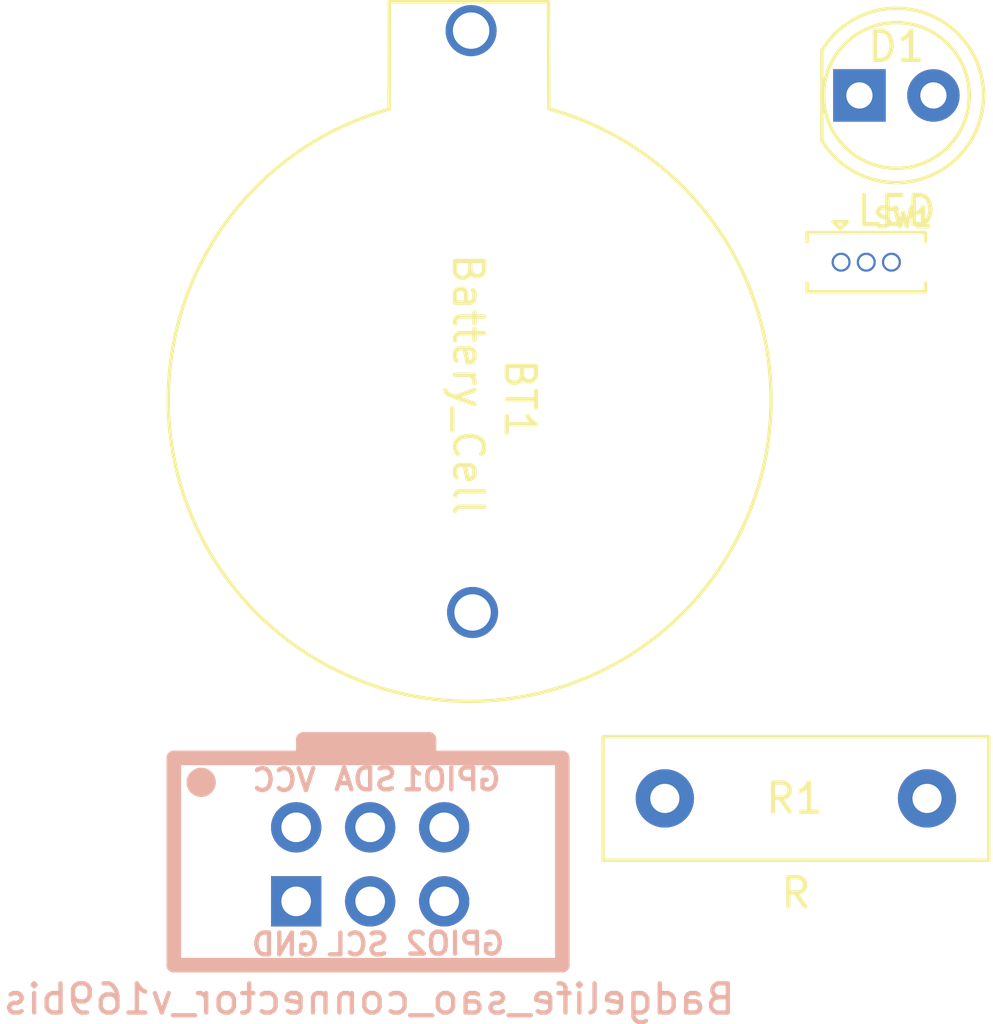
<source format=kicad_pcb>
(kicad_pcb (version 20221018) (generator pcbnew)
  (layers (0 "F.Cu" signal) (31 "B.Cu" signal) (34 "B.Paste" user) (35 "F.Paste" user) (36 "B.SilkS" user "B.Silkscreen") (37 "F.SilkS" user "F.Silkscreen") (38 "B.Mask" user) (39 "F.Mask" user) (44 "Edge.Cuts" user))
  (net 0 "")
  (net 1 "+3V3")
  (net 2 "GND")
  (net 3 "Net-(D1-A)")
  (net 4 "VCC")
  (footprint "BadgePirates:Badgelife-SAOv169-SAO_Side_B.SLK" (layer "F.Cu") (at 137.845 112.6438)
    (fp_text reference "X1" hide)
    (fp_text value "Badgelife_sao_connector_v169bis" (at 0.3556 4.5466 180) (layer "B.SilkS") (effects (justify mirror)))
    (fp_text user "GPIO1" (at 3.175 -2.9972) (layer "B.SilkS") (effects (font (size 0.75 0.75)) (justify mirror)))
    (fp_text user "GND" (at -2.5146 2.667) (layer "B.SilkS") (effects (font (size 0.75 0.75)) (justify mirror)))
    (fp_text user "SCL" (at -0.0254 2.667) (layer "B.SilkS") (effects (font (size 0.75 0.75)) (justify mirror)))
    (fp_text user "VCC" (at -2.5654 -2.9718) (layer "B.SilkS") (effects (font (size 0.75 0.75)) (justify mirror)))
    (fp_text user "SDA" (at 0.2286 -2.9972) (layer "B.SilkS") (effects (font (size 0.75 0.75)) (justify mirror)))
    (fp_text user "GPIO2" (at 3.302 2.6416) (layer "B.SilkS") (effects (font (size 0.75 0.75)) (justify mirror)))
    (fp_line (start -6.35 -3.7338) (end -6.35 3.3782) (stroke (width 0.5)) (layer "B.SilkS"))
    (fp_line (start -6.35 3.3782) (end 6.985 3.3782) (stroke (width 0.5)) (layer "B.SilkS"))
    (fp_line (start -1.905 -4.3688) (end -1.905 -3.8608) (stroke (width 0.5)) (layer "B.SilkS"))
    (fp_line (start -1.905 -3.9878) (end 2.413 -3.9878) (stroke (width 0.5)) (layer "B.SilkS"))
    (fp_line (start 2.413 -4.3688) (end -1.905 -4.3688) (stroke (width 0.5)) (layer "B.SilkS"))
    (fp_line (start 2.413 -3.8608) (end 2.413 -4.3688) (stroke (width 0.5)) (layer "B.SilkS"))
    (fp_line (start 6.858 -3.7338) (end -6.35 -3.7338) (stroke (width 0.5)) (layer "B.SilkS"))
    (fp_line (start 6.985 3.3782) (end 6.985 -3.7338) (stroke (width 0.5)) (layer "B.SilkS"))
    (fp_circle (center -5.4102 -2.8956) (end -5.6642 -2.8956) (stroke (width 0.5)) (fill none) (layer "B.SilkS"))
    (pad "1" thru_hole oval (at -2.1498 -1.3516 270) (size 1.7272 1.7272) (drill 1.016) (layers "*.Cu" "*.Mask") (net 4 "VCC"))
    (pad "2" thru_hole rect (at -2.1498 1.1884 270) (size 1.7272 1.7272) (drill 1.016) (layers "*.Cu" "*.Mask") (net 2 "GND"))
    (pad "3" thru_hole oval (at 0.3902 -1.3516 270) (size 1.7272 1.7272) (drill 1.016) (layers "*.Cu" "*.Mask"))
    (pad "4" thru_hole oval (at 0.3902 1.1884 270) (size 1.7272 1.7272) (drill 1.016) (layers "*.Cu" "*.Mask"))
    (pad "5" thru_hole circle (at 2.9302 -1.3516 270) (size 1.7272 1.7272) (drill 1.016) (layers "*.Cu" "*.Mask"))
    (pad "6" thru_hole circle (at 2.9302 1.1884 270) (size 1.7272 1.7272) (drill 1.016) (layers "*.Cu" "*.Mask"))
  )
  (footprint "BadgePirates:R_Box_L13.0mm_W4.0mm_P9.00mm" (layer "F.Cu") (at 148.35 110.3)
    (fp_text reference "R1" (at 4.45 0) (layer "F.SilkS"))
    (fp_text value "R" (at 4.5 3.25) (layer "F.SilkS"))
    (fp_line (start -2.12 -2.12) (end -2.12 2.12) (stroke (width 0.12)) (layer "F.SilkS"))
    (fp_line (start -2.12 -2.12) (end 11.12 -2.12) (stroke (width 0.12)) (layer "F.SilkS"))
    (fp_line (start -2.12 2.12) (end 11.12 2.12) (stroke (width 0.12)) (layer "F.SilkS"))
    (fp_line (start 11.12 -2.12) (end 11.12 2.12) (stroke (width 0.12)) (layer "F.SilkS"))
    (pad "1" thru_hole circle (at 0 0) (size 2 2) (drill 1) (layers "*.Cu" "*.Mask") (net 4 "VCC"))
    (pad "2" thru_hole circle (at 9 0) (size 2 2) (drill 1) (layers "*.Cu" "*.Mask") (net 3 "Net-(D1-A)"))
  )
  (footprint "BadgePirates:2032 Through Hold Holder" (layer "F.Cu") (at 141.699713 83.5746)
    (fp_text reference "BT1" (at 1.681147 13.006072 -90 unlocked) (layer "F.SilkS"))
    (fp_text value "Battery_Cell" (at -0.096853 12.523472 -90 unlocked) (layer "F.SilkS"))
    (fp_line (start -2.8067 -0.6096) (end -2.812745 3.078244) (stroke (width 0.12)) (layer "F.SilkS"))
    (fp_line (start 2.6543 -0.6096) (end -2.8067 -0.6096) (stroke (width 0.12)) (layer "F.SilkS"))
    (fp_line (start 2.668653 3.065662) (end 2.6543 -0.6096) (stroke (width 0.12)) (layer "F.SilkS"))
    (fp_arc (start 2.668653 3.065662) (mid -0.0254 23.3934) (end -2.812745 3.078244) (stroke (width 0.12)) (layer "F.SilkS"))
    (pad "1" thru_hole circle (at 0.0508 20.3454) (size 1.7524 1.7524) (drill 1.25) (layers "*.Cu" "*.Mask") (net 1 "+3V3"))
    (pad "2" thru_hole circle (at 0 0.381) (size 1.7524 1.7524) (drill 1.25) (layers "*.Cu" "*.Mask") (net 2 "GND"))
  )
  (footprint "BadgePirates:SW_Slide_1P2T_CK_TH" (layer "F.Cu") (at 154.1976 91.8504)
    (fp_text reference "SW1" (at 2.3368 -1.4732) (layer "F.SilkS") (effects (font (size 0.65 0.65))))
    (fp_text value "SW_SPST")
    (fp_line (start -0.9652 -0.9678) (end -0.9652 -0.6578) (stroke (width 0.12)) (layer "F.SilkS"))
    (fp_line (start -0.9652 -0.9652) (end 3.0988 -0.9652) (stroke (width 0.12)) (layer "F.SilkS"))
    (fp_line (start -0.9652 1.0694) (end -0.9652 0.7594) (stroke (width 0.12)) (layer "F.SilkS"))
    (fp_line (start -0.0762 -1.3354) (end 0.1778 -1.103) (stroke (width 0.12)) (layer "F.SilkS"))
    (fp_line (start 0.1778 -1.103) (end 0.4318 -1.3354) (stroke (width 0.12)) (layer "F.SilkS"))
    (fp_line (start 0.4318 -1.3354) (end -0.0682 -1.3354) (stroke (width 0.12)) (layer "F.SilkS"))
    (fp_line (start 3.0988 -0.9678) (end 3.0988 -0.6578) (stroke (width 0.12)) (layer "F.SilkS"))
    (fp_line (start 3.0988 1.0668) (end -0.9652 1.0668) (stroke (width 0.12)) (layer "F.SilkS"))
    (fp_line (start 3.0988 1.0694) (end 3.0988 0.7594) (stroke (width 0.12)) (layer "F.SilkS"))
    (pad "1" thru_hole circle (at 0.2032 0.0508) (size 0.65 0.65) (drill 0.5) (layers "*.Cu" "*.Mask") (net 1 "+3V3"))
    (pad "2" thru_hole circle (at 1.0668 0.0508) (size 0.65 0.65) (drill 0.5) (layers "*.Cu" "*.Mask") (net 4 "VCC"))
    (pad "3" thru_hole circle (at 1.9304 0.0508) (size 0.65 0.65) (drill 0.5) (layers "*.Cu" "*.Mask"))
  )
  (footprint "BadgePirates:LED_D5.0mm" (layer "F.Cu") (at 155.03 86.18)
    (fp_text reference "D1" (at 1.27 -1.6764) (layer "F.SilkS"))
    (fp_text value "LED" (at 1.27 3.96) (layer "F.SilkS"))
    (fp_line (start -1.29 -1.545) (end -1.29 1.545) (stroke (width 0.12)) (layer "F.SilkS"))
    (fp_arc (start -1.29 -1.54483) (mid 2.072002 -2.880433) (end 4.26 0.000462) (stroke (width 0.12)) (layer "F.SilkS"))
    (fp_arc (start 4.26 -0.000462) (mid 2.072002 2.880433) (end -1.29 1.54483) (stroke (width 0.12)) (layer "F.SilkS"))
    (fp_circle (center 1.27 0) (end 3.77 0) (stroke (width 0.12)) (fill none) (layer "F.SilkS"))
    (pad "1" thru_hole rect (at 0 0) (size 1.8 1.8) (drill 0.9) (layers "*.Cu" "*.Mask") (net 2 "GND"))
    (pad "2" thru_hole circle (at 2.54 0) (size 1.8 1.8) (drill 0.9) (layers "*.Cu" "*.Mask") (net 3 "Net-(D1-A)"))
  )
)
</source>
